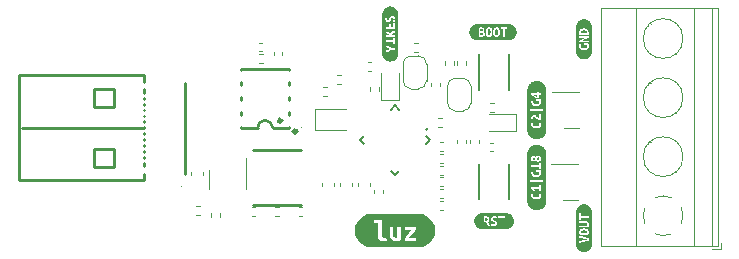
<source format=gbr>
%TF.GenerationSoftware,KiCad,Pcbnew,7.0.1-0*%
%TF.CreationDate,2023-11-20T21:41:35+01:00*%
%TF.ProjectId,luz,6c757a2e-6b69-4636-9164-5f7063625858,rev?*%
%TF.SameCoordinates,Original*%
%TF.FileFunction,Legend,Top*%
%TF.FilePolarity,Positive*%
%FSLAX46Y46*%
G04 Gerber Fmt 4.6, Leading zero omitted, Abs format (unit mm)*
G04 Created by KiCad (PCBNEW 7.0.1-0) date 2023-11-20 21:41:35*
%MOMM*%
%LPD*%
G01*
G04 APERTURE LIST*
%ADD10C,0.150000*%
%ADD11C,0.127000*%
%ADD12C,0.120000*%
%ADD13C,0.254001*%
%ADD14C,0.059995*%
%ADD15C,0.300000*%
%ADD16C,0.152400*%
%ADD17C,0.150013*%
G04 APERTURE END LIST*
D10*
%TO.C,*%
%TO.C,kibuzzard-655BC300*%
G36*
X54074793Y-97795715D02*
G01*
X54074793Y-98645345D01*
X54074793Y-98915855D01*
X54074793Y-99926775D01*
X54074793Y-100232845D01*
X54074793Y-100613845D01*
X54074793Y-100719678D01*
X54071544Y-100785820D01*
X54061827Y-100851324D01*
X54045737Y-100915560D01*
X54023428Y-100977911D01*
X53995115Y-101037774D01*
X53961070Y-101094573D01*
X53921622Y-101147763D01*
X53877151Y-101196829D01*
X53828084Y-101241301D01*
X53774895Y-101280748D01*
X53718095Y-101314793D01*
X53658232Y-101343106D01*
X53595882Y-101365415D01*
X53531646Y-101381506D01*
X53466141Y-101391222D01*
X53400000Y-101394472D01*
X53333859Y-101391222D01*
X53268354Y-101381506D01*
X53204118Y-101365415D01*
X53141768Y-101343106D01*
X53081905Y-101314793D01*
X53025105Y-101280748D01*
X52971916Y-101241301D01*
X52922849Y-101196829D01*
X52878378Y-101147763D01*
X52838930Y-101094573D01*
X52804885Y-101037774D01*
X52776572Y-100977911D01*
X52754263Y-100915560D01*
X52738173Y-100851324D01*
X52728456Y-100785820D01*
X52725207Y-100719678D01*
X52725207Y-100613845D01*
X53007570Y-100613845D01*
X53092589Y-100581178D01*
X53174928Y-100547523D01*
X53254585Y-100512880D01*
X53333537Y-100475838D01*
X53413758Y-100434987D01*
X53495250Y-100390325D01*
X53793700Y-100390325D01*
X53793700Y-100232845D01*
X53493980Y-100232845D01*
X53432544Y-100198555D01*
X53372695Y-100166805D01*
X53313481Y-100137277D01*
X53253950Y-100109655D01*
X53193942Y-100083620D01*
X53133300Y-100058855D01*
X53071387Y-100034725D01*
X53007570Y-100010595D01*
X53007570Y-100171885D01*
X53099010Y-100203000D01*
X53149492Y-100220462D01*
X53199340Y-100238560D01*
X53293320Y-100275390D01*
X53366980Y-100307775D01*
X53284271Y-100345240D01*
X53193625Y-100381435D01*
X53099804Y-100415407D01*
X53007570Y-100446205D01*
X53007570Y-100613845D01*
X52725207Y-100613845D01*
X52725207Y-99926775D01*
X53007570Y-99926775D01*
X53137110Y-99926775D01*
X53137110Y-99755325D01*
X53664160Y-99755325D01*
X53664160Y-99926775D01*
X53793700Y-99926775D01*
X53793700Y-99427665D01*
X53664160Y-99427665D01*
X53664160Y-99597845D01*
X53137110Y-99597845D01*
X53137110Y-99427665D01*
X53007570Y-99427665D01*
X53007570Y-99926775D01*
X52725207Y-99926775D01*
X52725207Y-99303205D01*
X53007570Y-99303205D01*
X53793700Y-99303205D01*
X53793700Y-99146995D01*
X53434290Y-99146995D01*
X53506045Y-99080320D01*
X53550178Y-99046189D01*
X53597485Y-99013645D01*
X53647015Y-98983324D01*
X53697815Y-98955860D01*
X53793700Y-98915855D01*
X53793700Y-98739325D01*
X53737026Y-98759962D01*
X53678765Y-98786315D01*
X53620345Y-98817271D01*
X53563195Y-98851720D01*
X53508426Y-98889026D01*
X53457150Y-98928555D01*
X53410478Y-98968877D01*
X53369520Y-99008565D01*
X53322847Y-98969989D01*
X53274270Y-98933000D01*
X53225216Y-98897916D01*
X53177115Y-98865055D01*
X53130442Y-98835051D01*
X53085675Y-98808540D01*
X53007570Y-98765995D01*
X53007570Y-98942525D01*
X53083770Y-98980625D01*
X53168860Y-99030790D01*
X53255220Y-99088575D01*
X53333960Y-99146995D01*
X53007570Y-99146995D01*
X53007570Y-99303205D01*
X52725207Y-99303205D01*
X52725207Y-98645345D01*
X53007570Y-98645345D01*
X53793700Y-98645345D01*
X53793700Y-98141155D01*
X53664160Y-98141155D01*
X53664160Y-98489135D01*
X53443180Y-98489135D01*
X53443180Y-98211005D01*
X53313640Y-98211005D01*
X53313640Y-98489135D01*
X53137110Y-98489135D01*
X53137110Y-98169095D01*
X53007570Y-98169095D01*
X53007570Y-98645345D01*
X52725207Y-98645345D01*
X52725207Y-97758885D01*
X52989790Y-97758885D01*
X52996704Y-97836708D01*
X53017448Y-97902536D01*
X53052020Y-97956370D01*
X53126315Y-98010186D01*
X53224740Y-98028125D01*
X53318085Y-98007805D01*
X53380950Y-97956370D01*
X53422860Y-97887155D01*
X53452070Y-97813495D01*
X53474295Y-97760155D01*
X53500965Y-97711895D01*
X53534620Y-97676335D01*
X53577800Y-97662365D01*
X53615265Y-97668080D01*
X53648285Y-97689035D01*
X53671145Y-97730310D01*
X53679400Y-97795715D01*
X53674955Y-97859056D01*
X53661620Y-97911920D01*
X53623520Y-97993835D01*
X53750520Y-98039555D01*
X53789255Y-97951925D01*
X53804971Y-97883662D01*
X53810210Y-97795715D01*
X53803507Y-97706603D01*
X53783399Y-97634002D01*
X53749885Y-97577910D01*
X53677019Y-97524094D01*
X53579070Y-97506155D01*
X53519856Y-97511552D01*
X53471755Y-97527745D01*
X53400635Y-97582990D01*
X53354915Y-97656650D01*
X53323800Y-97733485D01*
X53304750Y-97782380D01*
X53281255Y-97826830D01*
X53250775Y-97859215D01*
X53210770Y-97871915D01*
X53160676Y-97858086D01*
X53130619Y-97816599D01*
X53120600Y-97747455D01*
X53133300Y-97657920D01*
X53163780Y-97587435D01*
X53043130Y-97541715D01*
X53006300Y-97632520D01*
X52993917Y-97691099D01*
X52989790Y-97758885D01*
X52725207Y-97758885D01*
X52725207Y-97506155D01*
X52725207Y-97400322D01*
X52728456Y-97334180D01*
X52738173Y-97268676D01*
X52754263Y-97204440D01*
X52776572Y-97142089D01*
X52804885Y-97082226D01*
X52838930Y-97025427D01*
X52878378Y-96972237D01*
X52922849Y-96923171D01*
X52971916Y-96878699D01*
X53025105Y-96839252D01*
X53081905Y-96805207D01*
X53141768Y-96776894D01*
X53204118Y-96754585D01*
X53268354Y-96738494D01*
X53333859Y-96728778D01*
X53400000Y-96725528D01*
X53466141Y-96728778D01*
X53531646Y-96738494D01*
X53595882Y-96754585D01*
X53658232Y-96776894D01*
X53718095Y-96805207D01*
X53774895Y-96839252D01*
X53828084Y-96878699D01*
X53877151Y-96923171D01*
X53921622Y-96972237D01*
X53961070Y-97025427D01*
X53995115Y-97082226D01*
X54023428Y-97142089D01*
X54045737Y-97204440D01*
X54061827Y-97268676D01*
X54071544Y-97334180D01*
X54074793Y-97400322D01*
X54074793Y-97506155D01*
X54074793Y-97795715D01*
G37*
%TO.C,kibuzzard-655BBA6D*%
G36*
X53835560Y-117116897D02*
G01*
X52766220Y-117116897D01*
X52022000Y-117116897D01*
X51810333Y-117116897D01*
X51671453Y-117110074D01*
X51533911Y-117089671D01*
X51399030Y-117055886D01*
X51268110Y-117009042D01*
X51142413Y-116949591D01*
X51023148Y-116878107D01*
X50911464Y-116795276D01*
X50808436Y-116701897D01*
X50715057Y-116598870D01*
X50632227Y-116487186D01*
X50560742Y-116367920D01*
X50501292Y-116242223D01*
X50454448Y-116111303D01*
X50420662Y-115976423D01*
X50400259Y-115838880D01*
X50393437Y-115700000D01*
X50400259Y-115561120D01*
X50420662Y-115423577D01*
X50454448Y-115288697D01*
X50501292Y-115157777D01*
X50542169Y-115071350D01*
X52022000Y-115071350D01*
X52352200Y-115071350D01*
X52352200Y-116084810D01*
X52376965Y-116301663D01*
X52451260Y-116459460D01*
X52579530Y-116555662D01*
X52766220Y-116587730D01*
X52907190Y-116577570D01*
X53012600Y-116553440D01*
X53082450Y-116526770D01*
X53116740Y-116508990D01*
X53076100Y-116257530D01*
X52992280Y-116290550D01*
X52834800Y-116315950D01*
X52712880Y-116272770D01*
X52664620Y-116107670D01*
X52664620Y-116031470D01*
X53350420Y-116031470D01*
X53355500Y-116148310D01*
X53370740Y-116254990D01*
X53445670Y-116431520D01*
X53594260Y-116547090D01*
X53701575Y-116577570D01*
X53835560Y-116587730D01*
X53974943Y-116582015D01*
X54103530Y-116564870D01*
X54128860Y-116559790D01*
X54640740Y-116559790D01*
X55578000Y-116559790D01*
X55578000Y-116300710D01*
X55014120Y-116300710D01*
X55079208Y-116205142D01*
X55152550Y-116101320D01*
X55230020Y-115995593D01*
X55307490Y-115894310D01*
X55382103Y-115800012D01*
X55451000Y-115715240D01*
X55552600Y-115594590D01*
X55552600Y-115365990D01*
X54666140Y-115365990D01*
X54666140Y-115625070D01*
X55158900Y-115625070D01*
X55039520Y-115785090D01*
X54972845Y-115876213D01*
X54904900Y-115971780D01*
X54836320Y-116070522D01*
X54767740Y-116171170D01*
X54701700Y-116271500D01*
X54640740Y-116369290D01*
X54640740Y-116559790D01*
X54128860Y-116559790D01*
X54217513Y-116542010D01*
X54313080Y-116519150D01*
X54313080Y-115365990D01*
X53998120Y-115365990D01*
X53998120Y-116303250D01*
X53855880Y-116315950D01*
X53702210Y-116235940D01*
X53672683Y-116134658D01*
X53662840Y-115990830D01*
X53662840Y-115365990D01*
X53350420Y-115365990D01*
X53350420Y-116031470D01*
X52664620Y-116031470D01*
X52664620Y-114812270D01*
X52022000Y-114812270D01*
X52022000Y-115071350D01*
X50542169Y-115071350D01*
X50560742Y-115032080D01*
X50632227Y-114912814D01*
X50715057Y-114801130D01*
X50808436Y-114698103D01*
X50911464Y-114604724D01*
X51023148Y-114521893D01*
X51142413Y-114450409D01*
X51268110Y-114390958D01*
X51399030Y-114344114D01*
X51533911Y-114310329D01*
X51671453Y-114289926D01*
X51810333Y-114283103D01*
X52022000Y-114283103D01*
X55578000Y-114283103D01*
X55789667Y-114283103D01*
X55928547Y-114289926D01*
X56066089Y-114310329D01*
X56200970Y-114344114D01*
X56331890Y-114390958D01*
X56457587Y-114450409D01*
X56576852Y-114521893D01*
X56688536Y-114604724D01*
X56791564Y-114698103D01*
X56884943Y-114801130D01*
X56967773Y-114912814D01*
X57039258Y-115032080D01*
X57098708Y-115157777D01*
X57145552Y-115288697D01*
X57179338Y-115423577D01*
X57199741Y-115561120D01*
X57206563Y-115700000D01*
X57199741Y-115838880D01*
X57179338Y-115976423D01*
X57145552Y-116111303D01*
X57098708Y-116242223D01*
X57039258Y-116367920D01*
X56967773Y-116487186D01*
X56884943Y-116598870D01*
X56791564Y-116701897D01*
X56688536Y-116795276D01*
X56576852Y-116878107D01*
X56457587Y-116949591D01*
X56331890Y-117009042D01*
X56200970Y-117055886D01*
X56066089Y-117089671D01*
X55928547Y-117110074D01*
X55789667Y-117116897D01*
X55578000Y-117116897D01*
X53835560Y-117116897D01*
G37*
%TO.C,kibuzzard-655BBA49*%
G36*
X66613223Y-104030610D02*
G01*
X66613223Y-104828170D01*
X66613223Y-105421260D01*
X66613223Y-105867030D01*
X66613223Y-106712850D01*
X66613223Y-107054480D01*
X66613223Y-107160313D01*
X66609307Y-107240023D01*
X66597597Y-107318965D01*
X66578206Y-107396380D01*
X66551320Y-107471520D01*
X66517199Y-107543664D01*
X66476170Y-107612116D01*
X66428630Y-107676217D01*
X66375036Y-107735349D01*
X66315903Y-107788943D01*
X66251803Y-107836484D01*
X66183351Y-107877512D01*
X66111207Y-107911634D01*
X66036066Y-107938520D01*
X65958652Y-107957911D01*
X65879710Y-107969621D01*
X65800000Y-107973537D01*
X65720290Y-107969621D01*
X65641348Y-107957911D01*
X65563934Y-107938520D01*
X65488793Y-107911634D01*
X65416649Y-107877512D01*
X65348197Y-107836484D01*
X65284097Y-107788943D01*
X65224964Y-107735349D01*
X65171370Y-107676217D01*
X65123830Y-107612116D01*
X65082801Y-107543664D01*
X65048680Y-107471520D01*
X65021794Y-107396380D01*
X65002403Y-107318965D01*
X64990693Y-107240023D01*
X64986777Y-107160313D01*
X64986777Y-107054480D01*
X64986777Y-106697610D01*
X65335180Y-106697610D01*
X65342006Y-106772064D01*
X65362485Y-106840485D01*
X65396140Y-106901445D01*
X65442495Y-106953515D01*
X65501074Y-106995901D01*
X65571400Y-107027810D01*
X65652998Y-107047812D01*
X65745390Y-107054480D01*
X65838179Y-107049003D01*
X65919698Y-107032572D01*
X65989944Y-107005188D01*
X66048920Y-106966850D01*
X66108187Y-106899681D01*
X66143747Y-106815014D01*
X66155600Y-106712850D01*
X66151314Y-106643476D01*
X66138455Y-106582675D01*
X66100990Y-106493140D01*
X65977800Y-106532510D01*
X66005740Y-106596645D01*
X66019710Y-106697610D01*
X66001771Y-106788256D01*
X65947955Y-106849375D01*
X65893133Y-106875128D01*
X65824342Y-106890579D01*
X65741580Y-106895730D01*
X65670460Y-106891444D01*
X65612040Y-106878585D01*
X65528855Y-106834135D01*
X65484405Y-106771905D01*
X65471070Y-106700150D01*
X65484405Y-106605535D01*
X65516790Y-106535050D01*
X65392330Y-106494410D01*
X65377090Y-106520445D01*
X65358040Y-106562990D01*
X65342165Y-106622045D01*
X65335180Y-106697610D01*
X64986777Y-106697610D01*
X64986777Y-106148970D01*
X65335180Y-106148970D01*
X65341530Y-106215169D01*
X65360580Y-106281685D01*
X65392965Y-106344391D01*
X65439320Y-106399160D01*
X65548540Y-106321690D01*
X65488850Y-106241680D01*
X65471070Y-106164210D01*
X65497105Y-106090550D01*
X65571400Y-106061340D01*
X65638710Y-106084835D01*
X65707290Y-106144525D01*
X65743644Y-106181990D01*
X65781585Y-106221995D01*
X65821908Y-106262000D01*
X65865405Y-106299465D01*
X65912554Y-106332485D01*
X65963830Y-106359155D01*
X66019710Y-106376776D01*
X66080670Y-106382650D01*
X66107340Y-106383285D01*
X66139090Y-106380110D01*
X66139090Y-105867030D01*
X66009550Y-105867030D01*
X66009550Y-106204850D01*
X65967640Y-106191515D01*
X65922555Y-106159130D01*
X65879375Y-106118490D01*
X65843180Y-106080390D01*
X65779680Y-106015620D01*
X65711100Y-105958470D01*
X65638075Y-105917830D01*
X65559970Y-105902590D01*
X65461545Y-105922910D01*
X65391060Y-105977520D01*
X65349150Y-106056260D01*
X65335180Y-106148970D01*
X64986777Y-106148970D01*
X64986777Y-105578740D01*
X65251360Y-105578740D01*
X66348640Y-105578740D01*
X66348640Y-105421260D01*
X65251360Y-105421260D01*
X65251360Y-105578740D01*
X64986777Y-105578740D01*
X64986777Y-104809120D01*
X65335180Y-104809120D01*
X65341689Y-104878017D01*
X65361215Y-104942470D01*
X65393759Y-105000572D01*
X65439320Y-105050420D01*
X65497581Y-105091377D01*
X65568225Y-105122810D01*
X65650934Y-105142812D01*
X65745390Y-105149480D01*
X65840799Y-105143765D01*
X65923825Y-105126620D01*
X65994310Y-105098997D01*
X66052095Y-105061850D01*
X66097180Y-105015654D01*
X66129565Y-104960885D01*
X66149091Y-104898179D01*
X66155600Y-104828170D01*
X66152425Y-104750541D01*
X66142900Y-104685295D01*
X66120040Y-104598300D01*
X65727610Y-104598300D01*
X65727610Y-104754510D01*
X66014630Y-104754510D01*
X66018440Y-104784990D01*
X66019710Y-104815470D01*
X66003041Y-104891352D01*
X65953035Y-104946280D01*
X65900330Y-104970974D01*
X65831115Y-104985791D01*
X65745390Y-104990730D01*
X65687129Y-104988031D01*
X65634265Y-104979935D01*
X65547905Y-104944375D01*
X65491390Y-104881510D01*
X65471070Y-104787530D01*
X65485040Y-104703710D01*
X65516790Y-104635130D01*
X65392330Y-104594490D01*
X65377090Y-104620525D01*
X65358040Y-104664340D01*
X65342165Y-104727205D01*
X65335180Y-104809120D01*
X64986777Y-104809120D01*
X64986777Y-104170310D01*
X65352960Y-104170310D01*
X65407094Y-104221110D01*
X65467895Y-104271910D01*
X65532506Y-104321440D01*
X65598070Y-104368430D01*
X65663316Y-104412245D01*
X65726975Y-104452250D01*
X65786506Y-104486857D01*
X65839370Y-104514480D01*
X65953670Y-104514480D01*
X65953670Y-104186820D01*
X66139090Y-104186820D01*
X66139090Y-104030610D01*
X65953670Y-104030610D01*
X65953670Y-103945520D01*
X65825400Y-103945520D01*
X65825400Y-104030610D01*
X65352960Y-104030610D01*
X65352960Y-104170310D01*
X64986777Y-104170310D01*
X64986777Y-103945520D01*
X64986777Y-103839687D01*
X64990693Y-103759977D01*
X65002403Y-103681035D01*
X65021794Y-103603620D01*
X65048680Y-103528480D01*
X65082801Y-103456336D01*
X65123830Y-103387884D01*
X65171370Y-103323783D01*
X65224964Y-103264651D01*
X65284097Y-103211057D01*
X65348197Y-103163516D01*
X65416649Y-103122488D01*
X65488793Y-103088366D01*
X65563934Y-103061480D01*
X65641348Y-103042089D01*
X65720290Y-103030379D01*
X65800000Y-103026463D01*
X65879710Y-103030379D01*
X65958652Y-103042089D01*
X66036066Y-103061480D01*
X66111207Y-103088366D01*
X66183351Y-103122488D01*
X66251803Y-103163516D01*
X66315903Y-103211057D01*
X66375036Y-103264651D01*
X66428630Y-103323783D01*
X66476170Y-103387884D01*
X66517199Y-103456336D01*
X66551320Y-103528480D01*
X66578206Y-103603620D01*
X66597597Y-103681035D01*
X66609307Y-103759977D01*
X66613223Y-103839687D01*
X66613223Y-103945520D01*
X66613223Y-104030610D01*
G37*
G36*
X65825400Y-104364620D02*
G01*
X65753010Y-104326520D01*
X65679985Y-104281435D01*
X65610770Y-104233810D01*
X65548540Y-104186820D01*
X65825400Y-104186820D01*
X65825400Y-104364620D01*
G37*
%TO.C,kibuzzard-655BBA1E*%
G36*
X65620295Y-109521060D02*
G01*
X65684430Y-109576940D01*
X65654585Y-109639487D01*
X65626010Y-109679810D01*
X65553620Y-109709020D01*
X65486310Y-109677905D01*
X65463450Y-109606150D01*
X65485675Y-109534395D01*
X65552350Y-109504550D01*
X65620295Y-109521060D01*
G37*
G36*
X65998755Y-109516615D02*
G01*
X66026060Y-109607420D01*
X66000025Y-109693145D01*
X65923190Y-109729340D01*
X65853975Y-109710290D01*
X65788570Y-109655680D01*
X65822225Y-109576940D01*
X65853975Y-109522965D01*
X65888900Y-109492485D01*
X65933350Y-109482960D01*
X65998755Y-109516615D01*
G37*
G36*
X66613223Y-109609960D02*
G01*
X66613223Y-109975720D01*
X66613223Y-110838050D01*
X66613223Y-111431140D01*
X66613223Y-111880720D01*
X66613223Y-112722730D01*
X66613223Y-113064360D01*
X66613223Y-113170193D01*
X66609307Y-113249903D01*
X66597597Y-113328845D01*
X66578206Y-113406260D01*
X66551320Y-113481400D01*
X66517199Y-113553544D01*
X66476170Y-113621996D01*
X66428630Y-113686097D01*
X66375036Y-113745229D01*
X66315903Y-113798823D01*
X66251803Y-113846364D01*
X66183351Y-113887392D01*
X66111207Y-113921514D01*
X66036066Y-113948400D01*
X65958652Y-113967791D01*
X65879710Y-113979501D01*
X65800000Y-113983417D01*
X65720290Y-113979501D01*
X65641348Y-113967791D01*
X65563934Y-113948400D01*
X65488793Y-113921514D01*
X65416649Y-113887392D01*
X65348197Y-113846364D01*
X65284097Y-113798823D01*
X65224964Y-113745229D01*
X65171370Y-113686097D01*
X65123830Y-113621996D01*
X65082801Y-113553544D01*
X65048680Y-113481400D01*
X65021794Y-113406260D01*
X65002403Y-113328845D01*
X64990693Y-113249903D01*
X64986777Y-113170193D01*
X64986777Y-113064360D01*
X64986777Y-112707490D01*
X65335180Y-112707490D01*
X65342006Y-112781944D01*
X65362485Y-112850365D01*
X65396140Y-112911325D01*
X65442495Y-112963395D01*
X65501074Y-113005781D01*
X65571400Y-113037690D01*
X65652998Y-113057693D01*
X65745390Y-113064360D01*
X65838179Y-113058883D01*
X65919698Y-113042453D01*
X65989944Y-113015068D01*
X66048920Y-112976730D01*
X66108187Y-112909561D01*
X66143747Y-112824894D01*
X66155600Y-112722730D01*
X66151314Y-112653356D01*
X66138455Y-112592555D01*
X66100990Y-112503020D01*
X65977800Y-112542390D01*
X66005740Y-112606525D01*
X66019710Y-112707490D01*
X66001771Y-112798136D01*
X65947955Y-112859255D01*
X65893133Y-112885008D01*
X65824342Y-112900459D01*
X65741580Y-112905610D01*
X65670460Y-112901324D01*
X65612040Y-112888465D01*
X65528855Y-112844015D01*
X65484405Y-112781785D01*
X65471070Y-112710030D01*
X65484405Y-112615415D01*
X65516790Y-112544930D01*
X65392330Y-112504290D01*
X65377090Y-112530325D01*
X65358040Y-112572870D01*
X65342165Y-112631925D01*
X65335180Y-112707490D01*
X64986777Y-112707490D01*
X64986777Y-112143610D01*
X65352960Y-112143610D01*
X65402490Y-112198220D01*
X65448210Y-112265530D01*
X65487580Y-112336650D01*
X65516790Y-112402690D01*
X65646330Y-112351890D01*
X65615215Y-112274420D01*
X65570130Y-112193140D01*
X66009550Y-112193140D01*
X66009550Y-112358240D01*
X66139090Y-112358240D01*
X66139090Y-111880720D01*
X66009550Y-111880720D01*
X66009550Y-112036930D01*
X65352960Y-112036930D01*
X65352960Y-112143610D01*
X64986777Y-112143610D01*
X64986777Y-111588620D01*
X65251360Y-111588620D01*
X66348640Y-111588620D01*
X66348640Y-111431140D01*
X65251360Y-111431140D01*
X65251360Y-111588620D01*
X64986777Y-111588620D01*
X64986777Y-110819000D01*
X65335180Y-110819000D01*
X65341689Y-110887898D01*
X65361215Y-110952350D01*
X65393759Y-111010452D01*
X65439320Y-111060300D01*
X65497581Y-111101258D01*
X65568225Y-111132690D01*
X65650934Y-111152693D01*
X65745390Y-111159360D01*
X65840799Y-111153645D01*
X65923825Y-111136500D01*
X65994310Y-111108877D01*
X66052095Y-111071730D01*
X66097180Y-111025534D01*
X66129565Y-110970765D01*
X66149091Y-110908059D01*
X66155600Y-110838050D01*
X66152425Y-110760421D01*
X66142900Y-110695175D01*
X66120040Y-110608180D01*
X65727610Y-110608180D01*
X65727610Y-110764390D01*
X66014630Y-110764390D01*
X66018440Y-110794870D01*
X66019710Y-110825350D01*
X66003041Y-110901232D01*
X65953035Y-110956160D01*
X65900330Y-110980854D01*
X65831115Y-110995671D01*
X65745390Y-111000610D01*
X65687129Y-110997911D01*
X65634265Y-110989815D01*
X65547905Y-110954255D01*
X65491390Y-110891390D01*
X65471070Y-110797410D01*
X65485040Y-110713590D01*
X65516790Y-110645010D01*
X65392330Y-110604370D01*
X65377090Y-110630405D01*
X65358040Y-110674220D01*
X65342165Y-110737085D01*
X65335180Y-110819000D01*
X64986777Y-110819000D01*
X64986777Y-110238610D01*
X65352960Y-110238610D01*
X65402490Y-110293220D01*
X65448210Y-110360530D01*
X65487580Y-110431650D01*
X65516790Y-110497690D01*
X65646330Y-110446890D01*
X65615215Y-110369420D01*
X65570130Y-110288140D01*
X66009550Y-110288140D01*
X66009550Y-110453240D01*
X66139090Y-110453240D01*
X66139090Y-109975720D01*
X66009550Y-109975720D01*
X66009550Y-110131930D01*
X65352960Y-110131930D01*
X65352960Y-110238610D01*
X64986777Y-110238610D01*
X64986777Y-109603610D01*
X65333910Y-109603610D01*
X65339307Y-109669015D01*
X65355500Y-109722990D01*
X65410110Y-109800460D01*
X65484405Y-109843005D01*
X65563780Y-109856340D01*
X65655220Y-109836020D01*
X65697130Y-109806810D01*
X65736500Y-109759820D01*
X65780156Y-109811572D01*
X65829845Y-109847450D01*
X65884296Y-109868405D01*
X65942240Y-109875390D01*
X66031775Y-109856340D01*
X66099085Y-109802365D01*
X66140995Y-109718545D01*
X66151949Y-109666951D01*
X66155600Y-109609960D01*
X66150520Y-109539793D01*
X66135280Y-109481690D01*
X66083845Y-109397235D01*
X66013360Y-109350245D01*
X65935890Y-109335640D01*
X65878740Y-109343101D01*
X65826670Y-109365485D01*
X65779045Y-109405966D01*
X65735230Y-109467720D01*
X65695384Y-109418190D01*
X65646965Y-109383900D01*
X65593784Y-109363897D01*
X65539650Y-109357230D01*
X65455195Y-109373899D01*
X65389790Y-109423905D01*
X65347880Y-109502169D01*
X65333910Y-109603610D01*
X64986777Y-109603610D01*
X64986777Y-109335640D01*
X64986777Y-109229807D01*
X64990693Y-109150097D01*
X65002403Y-109071155D01*
X65021794Y-108993740D01*
X65048680Y-108918600D01*
X65082801Y-108846456D01*
X65123830Y-108778004D01*
X65171370Y-108713903D01*
X65224964Y-108654771D01*
X65284097Y-108601177D01*
X65348197Y-108553636D01*
X65416649Y-108512608D01*
X65488793Y-108478486D01*
X65563934Y-108451600D01*
X65641348Y-108432209D01*
X65720290Y-108420499D01*
X65800000Y-108416583D01*
X65879710Y-108420499D01*
X65958652Y-108432209D01*
X66036066Y-108451600D01*
X66111207Y-108478486D01*
X66183351Y-108512608D01*
X66251803Y-108553636D01*
X66315903Y-108601177D01*
X66375036Y-108654771D01*
X66428630Y-108713903D01*
X66476170Y-108778004D01*
X66517199Y-108846456D01*
X66551320Y-108918600D01*
X66578206Y-108993740D01*
X66597597Y-109071155D01*
X66609307Y-109150097D01*
X66613223Y-109229807D01*
X66613223Y-109335640D01*
X66613223Y-109609960D01*
G37*
%TO.C,kibuzzard-655BB98B*%
G36*
X61557063Y-114641872D02*
G01*
X61601195Y-114663780D01*
X61629770Y-114701245D01*
X61639295Y-114755220D01*
X61603735Y-114843485D01*
X61557063Y-114866821D01*
X61488165Y-114874600D01*
X61453875Y-114874600D01*
X61453875Y-114638380D01*
X61479275Y-114635205D01*
X61500865Y-114634570D01*
X61557063Y-114641872D01*
G37*
G36*
X62158725Y-115574793D02*
G01*
X61850115Y-115574793D01*
X61297665Y-115574793D01*
X61191832Y-115574793D01*
X61125690Y-115571544D01*
X61060186Y-115561827D01*
X60995950Y-115545737D01*
X60933599Y-115523428D01*
X60873736Y-115495115D01*
X60816937Y-115461070D01*
X60763747Y-115421622D01*
X60714681Y-115377151D01*
X60670209Y-115328084D01*
X60644709Y-115293700D01*
X61297665Y-115293700D01*
X61453875Y-115293700D01*
X61453875Y-115004140D01*
X61535155Y-115004140D01*
X61578176Y-115076054D01*
X61618340Y-115147015D01*
X61654694Y-115218929D01*
X61686285Y-115293700D01*
X61850115Y-115293700D01*
X61831327Y-115250520D01*
X61914885Y-115250520D01*
X62002515Y-115289255D01*
X62070778Y-115304971D01*
X62158725Y-115310210D01*
X62247837Y-115303507D01*
X62320438Y-115283399D01*
X62376530Y-115249885D01*
X62430346Y-115177019D01*
X62448285Y-115079070D01*
X62442888Y-115019856D01*
X62426695Y-114971755D01*
X62371450Y-114900635D01*
X62297790Y-114854915D01*
X62220955Y-114823800D01*
X62172060Y-114804750D01*
X62127610Y-114781255D01*
X62095225Y-114750775D01*
X62082525Y-114710770D01*
X62096354Y-114660676D01*
X62137841Y-114630619D01*
X62206985Y-114620600D01*
X62296520Y-114633300D01*
X62367005Y-114663780D01*
X62377112Y-114637110D01*
X62530835Y-114637110D01*
X62737845Y-114637110D01*
X62737845Y-115293700D01*
X62895325Y-115293700D01*
X62895325Y-114637110D01*
X63102335Y-114637110D01*
X63102335Y-114507570D01*
X62530835Y-114507570D01*
X62530835Y-114637110D01*
X62377112Y-114637110D01*
X62412725Y-114543130D01*
X62321920Y-114506300D01*
X62263341Y-114493917D01*
X62195555Y-114489790D01*
X62117732Y-114496704D01*
X62051904Y-114517448D01*
X61998070Y-114552020D01*
X61944254Y-114626315D01*
X61926315Y-114724740D01*
X61946635Y-114818085D01*
X61998070Y-114880950D01*
X62067285Y-114922860D01*
X62140945Y-114952070D01*
X62194285Y-114974295D01*
X62242545Y-115000965D01*
X62278105Y-115034620D01*
X62292075Y-115077800D01*
X62286360Y-115115265D01*
X62265405Y-115148285D01*
X62224130Y-115171145D01*
X62158725Y-115179400D01*
X62095384Y-115174955D01*
X62042520Y-115161620D01*
X61960605Y-115123520D01*
X61914885Y-115250520D01*
X61831327Y-115250520D01*
X61813920Y-115210515D01*
X61770105Y-115122885D01*
X61723115Y-115039065D01*
X61677395Y-114966040D01*
X61732958Y-114930163D01*
X61770105Y-114880950D01*
X61791060Y-114821895D01*
X61798045Y-114756490D01*
X61792806Y-114694736D01*
X61777090Y-114641555D01*
X61716765Y-114560910D01*
X61673585Y-114533287D01*
X61622785Y-114513920D01*
X61565000Y-114502490D01*
X61500865Y-114498680D01*
X61456415Y-114499950D01*
X61403075Y-114503125D01*
X61347830Y-114509475D01*
X61297665Y-114519000D01*
X61297665Y-115293700D01*
X60644709Y-115293700D01*
X60630762Y-115274895D01*
X60596717Y-115218095D01*
X60568404Y-115158232D01*
X60546095Y-115095882D01*
X60530004Y-115031646D01*
X60520288Y-114966141D01*
X60517038Y-114900000D01*
X60520288Y-114833859D01*
X60530004Y-114768354D01*
X60546095Y-114704118D01*
X60568404Y-114641768D01*
X60596717Y-114581905D01*
X60630762Y-114525105D01*
X60670209Y-114471916D01*
X60714681Y-114422849D01*
X60763747Y-114378378D01*
X60816937Y-114338930D01*
X60873736Y-114304885D01*
X60933599Y-114276572D01*
X60995950Y-114254263D01*
X61060186Y-114238173D01*
X61125690Y-114228456D01*
X61191832Y-114225207D01*
X61297665Y-114225207D01*
X63102335Y-114225207D01*
X63208168Y-114225207D01*
X63274310Y-114228456D01*
X63339814Y-114238173D01*
X63404050Y-114254263D01*
X63466401Y-114276572D01*
X63526264Y-114304885D01*
X63583063Y-114338930D01*
X63636253Y-114378378D01*
X63685319Y-114422849D01*
X63729791Y-114471916D01*
X63769238Y-114525105D01*
X63803283Y-114581905D01*
X63831596Y-114641768D01*
X63853905Y-114704118D01*
X63869996Y-114768354D01*
X63879712Y-114833859D01*
X63882962Y-114900000D01*
X63879712Y-114966141D01*
X63869996Y-115031646D01*
X63853905Y-115095882D01*
X63831596Y-115158232D01*
X63803283Y-115218095D01*
X63769238Y-115274895D01*
X63729791Y-115328084D01*
X63685319Y-115377151D01*
X63636253Y-115421622D01*
X63583063Y-115461070D01*
X63526264Y-115495115D01*
X63466401Y-115523428D01*
X63404050Y-115545737D01*
X63339814Y-115561827D01*
X63274310Y-115571544D01*
X63208168Y-115574793D01*
X63102335Y-115574793D01*
X62895325Y-115574793D01*
X62158725Y-115574793D01*
G37*
%TO.C,kibuzzard-655BB97E*%
G36*
X61149405Y-98637745D02*
G01*
X61184965Y-98650445D01*
X61209095Y-98677115D01*
X61217985Y-98722200D01*
X61187505Y-98793955D01*
X61097335Y-98819990D01*
X61036375Y-98819990D01*
X61036375Y-98639650D01*
X61070665Y-98635840D01*
X61107495Y-98634570D01*
X61149405Y-98637745D01*
G37*
G36*
X61217350Y-98974295D02*
G01*
X61253545Y-99056210D01*
X61240845Y-99112725D01*
X61208460Y-99147015D01*
X61163375Y-99163525D01*
X61111305Y-99167970D01*
X61072570Y-99166700D01*
X61036375Y-99162890D01*
X61036375Y-98949530D01*
X61120195Y-98949530D01*
X61217350Y-98974295D01*
G37*
G36*
X61828855Y-98647270D02*
G01*
X61866320Y-98705690D01*
X61884100Y-98792685D01*
X61887434Y-98844596D01*
X61888545Y-98900000D01*
X61887434Y-98955245D01*
X61884100Y-99006680D01*
X61866320Y-99093675D01*
X61828220Y-99152730D01*
X61764085Y-99174320D01*
X61699315Y-99152730D01*
X61661850Y-99094310D01*
X61644070Y-99007315D01*
X61640736Y-98955404D01*
X61639625Y-98900000D01*
X61640736Y-98844755D01*
X61644070Y-98793320D01*
X61661850Y-98706325D01*
X61699315Y-98647270D01*
X61764085Y-98625680D01*
X61828855Y-98647270D01*
G37*
G36*
X62463855Y-98647270D02*
G01*
X62501320Y-98705690D01*
X62519100Y-98792685D01*
X62522434Y-98844596D01*
X62523545Y-98900000D01*
X62522434Y-98955245D01*
X62519100Y-99006680D01*
X62501320Y-99093675D01*
X62463220Y-99152730D01*
X62399085Y-99174320D01*
X62334315Y-99152730D01*
X62296850Y-99094310D01*
X62279070Y-99007315D01*
X62275736Y-98955404D01*
X62274625Y-98900000D01*
X62275736Y-98844755D01*
X62279070Y-98793320D01*
X62296850Y-98706325D01*
X62334315Y-98647270D01*
X62399085Y-98625680D01*
X62463855Y-98647270D01*
G37*
G36*
X62400355Y-99574793D02*
G01*
X61765355Y-99574793D01*
X61098605Y-99574793D01*
X60880165Y-99574793D01*
X60774332Y-99574793D01*
X60708190Y-99571544D01*
X60642686Y-99561827D01*
X60578450Y-99545737D01*
X60516099Y-99523428D01*
X60456236Y-99495115D01*
X60399437Y-99461070D01*
X60346247Y-99421622D01*
X60297181Y-99377151D01*
X60252709Y-99328084D01*
X60217790Y-99281000D01*
X60880165Y-99281000D01*
X60935093Y-99291001D01*
X60990655Y-99298145D01*
X61045583Y-99302431D01*
X61098605Y-99303860D01*
X61161311Y-99300844D01*
X61219890Y-99291795D01*
X61272595Y-99275602D01*
X61317680Y-99251155D01*
X61383085Y-99174955D01*
X61401183Y-99121456D01*
X61407215Y-99056210D01*
X61400071Y-99002870D01*
X61378640Y-98952070D01*
X61337206Y-98907620D01*
X61322284Y-98900000D01*
X61480875Y-98900000D01*
X61485439Y-98995369D01*
X61499131Y-99078276D01*
X61521952Y-99148722D01*
X61553900Y-99206705D01*
X61609851Y-99264208D01*
X61680336Y-99298709D01*
X61765355Y-99310210D01*
X61848328Y-99298709D01*
X61917755Y-99264208D01*
X61973635Y-99206705D01*
X62005861Y-99148722D01*
X62028880Y-99078276D01*
X62042691Y-98995369D01*
X62047295Y-98900000D01*
X62115875Y-98900000D01*
X62120439Y-98995369D01*
X62134131Y-99078276D01*
X62156952Y-99148722D01*
X62188900Y-99206705D01*
X62244851Y-99264208D01*
X62315336Y-99298709D01*
X62400355Y-99310210D01*
X62483328Y-99298709D01*
X62552755Y-99264208D01*
X62608635Y-99206705D01*
X62640861Y-99148722D01*
X62663880Y-99078276D01*
X62677691Y-98995369D01*
X62682295Y-98900000D01*
X62677771Y-98804631D01*
X62664198Y-98721724D01*
X62641576Y-98651278D01*
X62633837Y-98637110D01*
X62748335Y-98637110D01*
X62955345Y-98637110D01*
X62955345Y-99293700D01*
X63112825Y-99293700D01*
X63112825Y-98637110D01*
X63319835Y-98637110D01*
X63319835Y-98507570D01*
X62748335Y-98507570D01*
X62748335Y-98637110D01*
X62633837Y-98637110D01*
X62609905Y-98593295D01*
X62554307Y-98535792D01*
X62484034Y-98501291D01*
X62399085Y-98489790D01*
X62316676Y-98501291D01*
X62247249Y-98535792D01*
X62190805Y-98593295D01*
X62158023Y-98651278D01*
X62134608Y-98721724D01*
X62120558Y-98804631D01*
X62115875Y-98900000D01*
X62047295Y-98900000D01*
X62042771Y-98804631D01*
X62029198Y-98721724D01*
X62006576Y-98651278D01*
X61974905Y-98593295D01*
X61919307Y-98535792D01*
X61849034Y-98501291D01*
X61764085Y-98489790D01*
X61681676Y-98501291D01*
X61612249Y-98535792D01*
X61555805Y-98593295D01*
X61523023Y-98651278D01*
X61499608Y-98721724D01*
X61485558Y-98804631D01*
X61480875Y-98900000D01*
X61322284Y-98900000D01*
X61270055Y-98873330D01*
X61343080Y-98804750D01*
X61363559Y-98758395D01*
X61370385Y-98705690D01*
X61358955Y-98632030D01*
X61315775Y-98565355D01*
X61228145Y-98517095D01*
X61164010Y-98503284D01*
X61083365Y-98498680D01*
X60977955Y-98504395D01*
X60880165Y-98517730D01*
X60880165Y-99281000D01*
X60217790Y-99281000D01*
X60213262Y-99274895D01*
X60179217Y-99218095D01*
X60150904Y-99158232D01*
X60128595Y-99095882D01*
X60112504Y-99031646D01*
X60102788Y-98966141D01*
X60099538Y-98900000D01*
X60102788Y-98833859D01*
X60112504Y-98768354D01*
X60128595Y-98704118D01*
X60150904Y-98641768D01*
X60179217Y-98581905D01*
X60213262Y-98525105D01*
X60252709Y-98471916D01*
X60297181Y-98422849D01*
X60346247Y-98378378D01*
X60399437Y-98338930D01*
X60456236Y-98304885D01*
X60516099Y-98276572D01*
X60578450Y-98254263D01*
X60642686Y-98238173D01*
X60708190Y-98228456D01*
X60774332Y-98225207D01*
X60880165Y-98225207D01*
X63319835Y-98225207D01*
X63425668Y-98225207D01*
X63491810Y-98228456D01*
X63557314Y-98238173D01*
X63621551Y-98254263D01*
X63683901Y-98276572D01*
X63743764Y-98304885D01*
X63800563Y-98338930D01*
X63853753Y-98378378D01*
X63902819Y-98422849D01*
X63947291Y-98471916D01*
X63986738Y-98525105D01*
X64020783Y-98581905D01*
X64049096Y-98641768D01*
X64071405Y-98704118D01*
X64087496Y-98768354D01*
X64097212Y-98833859D01*
X64100462Y-98900000D01*
X64097212Y-98966141D01*
X64087496Y-99031646D01*
X64071405Y-99095882D01*
X64049096Y-99158232D01*
X64020783Y-99218095D01*
X63986738Y-99274895D01*
X63947291Y-99328084D01*
X63902819Y-99377151D01*
X63853753Y-99421622D01*
X63800563Y-99461070D01*
X63743764Y-99495115D01*
X63683901Y-99523428D01*
X63621551Y-99545737D01*
X63557314Y-99561827D01*
X63491810Y-99571544D01*
X63425668Y-99574793D01*
X63319835Y-99574793D01*
X63112825Y-99574793D01*
X62400355Y-99574793D01*
G37*
D11*
%TO.C,S2*%
X63414457Y-110060000D02*
X63414457Y-113060000D01*
X60914457Y-110060000D02*
X60914457Y-113060000D01*
%TO.C,S1*%
X60914457Y-100780000D02*
X60914457Y-103780000D01*
X63414457Y-100780000D02*
X63414457Y-103780000D01*
%TO.C,kibuzzard-655BB485*%
G36*
X69855245Y-115686531D02*
G01*
X69906680Y-115689865D01*
X69993675Y-115707645D01*
X70052730Y-115745745D01*
X70074320Y-115809880D01*
X70052730Y-115874650D01*
X69994310Y-115912115D01*
X69907315Y-115929895D01*
X69855404Y-115933229D01*
X69800000Y-115934340D01*
X69744755Y-115933229D01*
X69693320Y-115929895D01*
X69606325Y-115912115D01*
X69547270Y-115874650D01*
X69525680Y-115809880D01*
X69547270Y-115745110D01*
X69605690Y-115707645D01*
X69692685Y-115689865D01*
X69744596Y-115686531D01*
X69800000Y-115685420D01*
X69855245Y-115686531D01*
G37*
G36*
X70474793Y-114461140D02*
G01*
X70474793Y-115177420D01*
X70474793Y-115808610D01*
X70474793Y-116526160D01*
X70474793Y-116745870D01*
X70474793Y-116851703D01*
X70471544Y-116917845D01*
X70461827Y-116983349D01*
X70445737Y-117047585D01*
X70423428Y-117109936D01*
X70395115Y-117169799D01*
X70361070Y-117226598D01*
X70321622Y-117279788D01*
X70277151Y-117328854D01*
X70228084Y-117373326D01*
X70174895Y-117412773D01*
X70118095Y-117446818D01*
X70058232Y-117475131D01*
X69995882Y-117497440D01*
X69931646Y-117513531D01*
X69866141Y-117523247D01*
X69800000Y-117526497D01*
X69733859Y-117523247D01*
X69668354Y-117513531D01*
X69604118Y-117497440D01*
X69541768Y-117475131D01*
X69481905Y-117446818D01*
X69425105Y-117412773D01*
X69371916Y-117373326D01*
X69322849Y-117328854D01*
X69278378Y-117279788D01*
X69238930Y-117226598D01*
X69204885Y-117169799D01*
X69176572Y-117109936D01*
X69154263Y-117047585D01*
X69138173Y-116983349D01*
X69128456Y-116917845D01*
X69125207Y-116851703D01*
X69125207Y-116745870D01*
X69407570Y-116745870D01*
X69478690Y-116731265D01*
X69567590Y-116710310D01*
X69634124Y-116693518D01*
X69703339Y-116675314D01*
X69775235Y-116655700D01*
X69848542Y-116634957D01*
X69921991Y-116613367D01*
X69995580Y-116590930D01*
X70100355Y-116557592D01*
X70193700Y-116526160D01*
X70193700Y-116364870D01*
X70126037Y-116340599D01*
X70056822Y-116316892D01*
X69986055Y-116293750D01*
X69914935Y-116271525D01*
X69844662Y-116250570D01*
X69775235Y-116230885D01*
X69674111Y-116203897D01*
X69577750Y-116180085D01*
X69488215Y-116159606D01*
X69407570Y-116142620D01*
X69407570Y-116306450D01*
X69473610Y-116317880D01*
X69549810Y-116331850D01*
X69632201Y-116347725D01*
X69716815Y-116364870D01*
X69801905Y-116383285D01*
X69885725Y-116402970D01*
X69964306Y-116423290D01*
X70033680Y-116443610D01*
X69963354Y-116464089D01*
X69884455Y-116484885D01*
X69800635Y-116505205D01*
X69715545Y-116524255D01*
X69631090Y-116541876D01*
X69549175Y-116557910D01*
X69473451Y-116571245D01*
X69407570Y-116580770D01*
X69407570Y-116745870D01*
X69125207Y-116745870D01*
X69125207Y-115809880D01*
X69389790Y-115809880D01*
X69401291Y-115892289D01*
X69435792Y-115961716D01*
X69493295Y-116018160D01*
X69551278Y-116050942D01*
X69621724Y-116074357D01*
X69704631Y-116088407D01*
X69800000Y-116093090D01*
X69895369Y-116088526D01*
X69978276Y-116074834D01*
X70048722Y-116052013D01*
X70106705Y-116020065D01*
X70164208Y-115964114D01*
X70198709Y-115893629D01*
X70210210Y-115808610D01*
X70198709Y-115725637D01*
X70164208Y-115656210D01*
X70106705Y-115600330D01*
X70048722Y-115568104D01*
X69978276Y-115545085D01*
X69895369Y-115531274D01*
X69800000Y-115526670D01*
X69704631Y-115531194D01*
X69621724Y-115544767D01*
X69551278Y-115567389D01*
X69493295Y-115599060D01*
X69435792Y-115654658D01*
X69401291Y-115724931D01*
X69389790Y-115809880D01*
X69125207Y-115809880D01*
X69125207Y-115442850D01*
X69407570Y-115442850D01*
X69909220Y-115442850D01*
X69974625Y-115439675D01*
X70033680Y-115430150D01*
X70085432Y-115413005D01*
X70128930Y-115386970D01*
X70189255Y-115305055D01*
X70204971Y-115247429D01*
X70210210Y-115177420D01*
X70204971Y-115106300D01*
X70189255Y-115047880D01*
X70163696Y-115000890D01*
X70128930Y-114964060D01*
X70085432Y-114937072D01*
X70033680Y-114919610D01*
X69974625Y-114910085D01*
X69909220Y-114906910D01*
X69407570Y-114906910D01*
X69407570Y-115063120D01*
X69897790Y-115063120D01*
X69980975Y-115068200D01*
X70035585Y-115085980D01*
X70065430Y-115120270D01*
X70074320Y-115174880D01*
X70065430Y-115229490D01*
X70036220Y-115263145D01*
X69982245Y-115280290D01*
X69899060Y-115285370D01*
X69407570Y-115285370D01*
X69407570Y-115442850D01*
X69125207Y-115442850D01*
X69125207Y-114825630D01*
X69407570Y-114825630D01*
X69537110Y-114825630D01*
X69537110Y-114618620D01*
X70193700Y-114618620D01*
X70193700Y-114461140D01*
X69537110Y-114461140D01*
X69537110Y-114254130D01*
X69407570Y-114254130D01*
X69407570Y-114825630D01*
X69125207Y-114825630D01*
X69125207Y-114254130D01*
X69125207Y-114148297D01*
X69128456Y-114082155D01*
X69138173Y-114016651D01*
X69154263Y-113952414D01*
X69176572Y-113890064D01*
X69204885Y-113830201D01*
X69238930Y-113773402D01*
X69278378Y-113720212D01*
X69322849Y-113671146D01*
X69371916Y-113626674D01*
X69425105Y-113587227D01*
X69481905Y-113553182D01*
X69541768Y-113524869D01*
X69604118Y-113502560D01*
X69668354Y-113486469D01*
X69733859Y-113476753D01*
X69800000Y-113473503D01*
X69866141Y-113476753D01*
X69931646Y-113486469D01*
X69995882Y-113502560D01*
X70058232Y-113524869D01*
X70118095Y-113553182D01*
X70174895Y-113587227D01*
X70228084Y-113626674D01*
X70277151Y-113671146D01*
X70321622Y-113720212D01*
X70361070Y-113773402D01*
X70395115Y-113830201D01*
X70423428Y-113890064D01*
X70445737Y-113952414D01*
X70461827Y-114016651D01*
X70471544Y-114082155D01*
X70474793Y-114148297D01*
X70474793Y-114254130D01*
X70474793Y-114461140D01*
G37*
%TO.C,kibuzzard-655BB458*%
G36*
X70474793Y-98946280D02*
G01*
X70474793Y-99366650D01*
X70474793Y-100096900D01*
X70474793Y-100418210D01*
X70474793Y-100524043D01*
X70471544Y-100590185D01*
X70461827Y-100655689D01*
X70445737Y-100719925D01*
X70423428Y-100782276D01*
X70395115Y-100842139D01*
X70361070Y-100898938D01*
X70321622Y-100952128D01*
X70277151Y-101001194D01*
X70228084Y-101045666D01*
X70174895Y-101085113D01*
X70118095Y-101119158D01*
X70058232Y-101147471D01*
X69995882Y-101169780D01*
X69931646Y-101185871D01*
X69866141Y-101195587D01*
X69800000Y-101198837D01*
X69733859Y-101195587D01*
X69668354Y-101185871D01*
X69604118Y-101169780D01*
X69541768Y-101147471D01*
X69481905Y-101119158D01*
X69425105Y-101085113D01*
X69371916Y-101045666D01*
X69322849Y-101001194D01*
X69278378Y-100952128D01*
X69238930Y-100898938D01*
X69204885Y-100842139D01*
X69176572Y-100782276D01*
X69154263Y-100719925D01*
X69138173Y-100655689D01*
X69128456Y-100590185D01*
X69125207Y-100524043D01*
X69125207Y-100418210D01*
X69125207Y-100077850D01*
X69389790Y-100077850D01*
X69396299Y-100146747D01*
X69415825Y-100211200D01*
X69448369Y-100269302D01*
X69493930Y-100319150D01*
X69552191Y-100360107D01*
X69622835Y-100391540D01*
X69705544Y-100411542D01*
X69800000Y-100418210D01*
X69895409Y-100412495D01*
X69978435Y-100395350D01*
X70048920Y-100367727D01*
X70106705Y-100330580D01*
X70151790Y-100284384D01*
X70184175Y-100229615D01*
X70203701Y-100166909D01*
X70210210Y-100096900D01*
X70207035Y-100019271D01*
X70197510Y-99954025D01*
X70174650Y-99867030D01*
X69782220Y-99867030D01*
X69782220Y-100023240D01*
X70069240Y-100023240D01*
X70073050Y-100053720D01*
X70074320Y-100084200D01*
X70057651Y-100160082D01*
X70007645Y-100215010D01*
X69954940Y-100239704D01*
X69885725Y-100254521D01*
X69800000Y-100259460D01*
X69741739Y-100256761D01*
X69688875Y-100248665D01*
X69602515Y-100213105D01*
X69546000Y-100150240D01*
X69525680Y-100056260D01*
X69539650Y-99972440D01*
X69571400Y-99903860D01*
X69446940Y-99863220D01*
X69431700Y-99889255D01*
X69412650Y-99933070D01*
X69396775Y-99995935D01*
X69389790Y-100077850D01*
X69125207Y-100077850D01*
X69125207Y-99759080D01*
X69407570Y-99759080D01*
X70193700Y-99759080D01*
X70193700Y-99618110D01*
X69671730Y-99618110D01*
X69758866Y-99570908D01*
X69845861Y-99525823D01*
X69932715Y-99482855D01*
X70019569Y-99442003D01*
X70106564Y-99403268D01*
X70193700Y-99366650D01*
X70193700Y-99240920D01*
X69407570Y-99240920D01*
X69407570Y-99381890D01*
X69891440Y-99381890D01*
X69841910Y-99404274D01*
X69784760Y-99430785D01*
X69722847Y-99460630D01*
X69659030Y-99493015D01*
X69594101Y-99527146D01*
X69528855Y-99562230D01*
X69465831Y-99597790D01*
X69407570Y-99633350D01*
X69407570Y-99759080D01*
X69125207Y-99759080D01*
X69125207Y-98925960D01*
X69398680Y-98925960D01*
X69402490Y-99013590D01*
X69417730Y-99113920D01*
X70184810Y-99113920D01*
X70199415Y-99028195D01*
X70203860Y-98946280D01*
X70198304Y-98869604D01*
X70181635Y-98799595D01*
X70152901Y-98737524D01*
X70111150Y-98684660D01*
X70055746Y-98641639D01*
X69986055Y-98609095D01*
X69901124Y-98588616D01*
X69800000Y-98581790D01*
X69701099Y-98587981D01*
X69617755Y-98606555D01*
X69548857Y-98636241D01*
X69493295Y-98675770D01*
X69450909Y-98725141D01*
X69421540Y-98784355D01*
X69404395Y-98851824D01*
X69398680Y-98925960D01*
X69125207Y-98925960D01*
X69125207Y-98581790D01*
X69125207Y-98475957D01*
X69128456Y-98409815D01*
X69138173Y-98344311D01*
X69154263Y-98280075D01*
X69176572Y-98217724D01*
X69204885Y-98157861D01*
X69238930Y-98101062D01*
X69278378Y-98047872D01*
X69322849Y-97998806D01*
X69371916Y-97954334D01*
X69425105Y-97914887D01*
X69481905Y-97880842D01*
X69541768Y-97852529D01*
X69604118Y-97830220D01*
X69668354Y-97814129D01*
X69733859Y-97804413D01*
X69800000Y-97801163D01*
X69866141Y-97804413D01*
X69931646Y-97814129D01*
X69995882Y-97830220D01*
X70058232Y-97852529D01*
X70118095Y-97880842D01*
X70174895Y-97914887D01*
X70228084Y-97954334D01*
X70277151Y-97998806D01*
X70321622Y-98047872D01*
X70361070Y-98101062D01*
X70395115Y-98157861D01*
X70423428Y-98217724D01*
X70445737Y-98280075D01*
X70461827Y-98344311D01*
X70471544Y-98409815D01*
X70474793Y-98475957D01*
X70474793Y-98581790D01*
X70474793Y-98946280D01*
G37*
G36*
X69856039Y-98742921D02*
G01*
X69907315Y-98750065D01*
X69991770Y-98781815D01*
X70047650Y-98840235D01*
X70067970Y-98929770D01*
X70067970Y-98943740D01*
X70066700Y-98957710D01*
X69538380Y-98957710D01*
X69535205Y-98934850D01*
X69534570Y-98911990D01*
X69556795Y-98826900D01*
X69615850Y-98774830D01*
X69700940Y-98748160D01*
X69800000Y-98740540D01*
X69856039Y-98742921D01*
G37*
D12*
%TO.C,J2*%
X78180000Y-104450000D02*
G75*
G03*
X78180000Y-104450000I-1680000J0D01*
G01*
X78180000Y-109450000D02*
G75*
G03*
X78180000Y-109450000I-1680000J0D01*
G01*
X78180000Y-99450000D02*
G75*
G03*
X78180000Y-99450000I-1680000J0D01*
G01*
X75816001Y-115984999D02*
G75*
G03*
X77183042Y-115985426I684000J1534992D01*
G01*
X78034999Y-115134000D02*
G75*
G03*
X78180252Y-114421195I-1535000J683999D01*
G01*
X78179999Y-114450000D02*
G75*
G03*
X78034755Y-113766682I-1679999J0D01*
G01*
X77184000Y-112915000D02*
G75*
G03*
X75816958Y-112914574I-684000J-1535000D01*
G01*
X74965001Y-113766001D02*
G75*
G03*
X74964574Y-115133042I1534992J-684000D01*
G01*
X71239000Y-96889000D02*
X81160000Y-96889000D01*
X79100000Y-117010000D02*
X79100000Y-96889000D01*
X71239000Y-117010000D02*
X81160000Y-117010000D01*
X80660000Y-117250000D02*
X81400000Y-117250000D01*
X77523000Y-100677000D02*
X77569000Y-100724000D01*
X75431000Y-98175000D02*
X75477000Y-98222000D01*
X71239000Y-117010000D02*
X71239000Y-96889000D01*
X81400000Y-117250000D02*
X81400000Y-116750000D01*
X74199000Y-117010000D02*
X74199000Y-96889000D01*
X81160000Y-117010000D02*
X81160000Y-96889000D01*
X75225000Y-103380000D02*
X75261000Y-103415000D01*
X75225000Y-108380000D02*
X75261000Y-108415000D01*
X75431000Y-108175000D02*
X75477000Y-108222000D01*
X77523000Y-110677000D02*
X77569000Y-110724000D01*
X80600000Y-117010000D02*
X80600000Y-96889000D01*
X75431000Y-103175000D02*
X75477000Y-103222000D01*
X77739000Y-100484000D02*
X77774000Y-100519000D01*
X77739000Y-110484000D02*
X77774000Y-110519000D01*
X77523000Y-105677000D02*
X77569000Y-105724000D01*
X75225000Y-98380000D02*
X75261000Y-98415000D01*
X77739000Y-105484000D02*
X77774000Y-105519000D01*
%TO.C,Q4*%
X68662500Y-113160000D02*
X68012500Y-113160000D01*
X68662500Y-110040000D02*
X66987500Y-110040000D01*
X68662500Y-113160000D02*
X69312500Y-113160000D01*
X68662500Y-110040000D02*
X69312500Y-110040000D01*
%TO.C,C7*%
X57652164Y-108970000D02*
X57867836Y-108970000D01*
X57652164Y-108250000D02*
X57867836Y-108250000D01*
D13*
%TO.C,U3*%
X43435001Y-106999999D02*
G75*
G03*
X42164999Y-106999365I-635001J317D01*
G01*
D14*
X45880011Y-106950013D02*
G75*
G03*
X45880011Y-106950013I-29998J0D01*
G01*
D15*
X44220117Y-106405004D02*
G75*
G03*
X44220117Y-106405004I-150114J0D01*
G01*
X45490120Y-107294006D02*
G75*
G03*
X45490120Y-107294006I-150115J0D01*
G01*
D13*
X44800000Y-107000000D02*
X43435001Y-107000000D01*
X40800000Y-107000000D02*
X42164999Y-107000000D01*
X40800000Y-102000000D02*
X44800000Y-102000000D01*
X44800000Y-102078562D02*
X44800000Y-102000000D01*
X44800000Y-103348565D02*
X44800000Y-103111430D01*
X44800000Y-104618567D02*
X44800000Y-104381433D01*
X44800000Y-105888570D02*
X44800000Y-105651435D01*
X44800000Y-107000000D02*
X44800000Y-106921438D01*
X40800000Y-102078562D02*
X40800000Y-102000000D01*
X40800000Y-103348565D02*
X40800000Y-103111430D01*
X40800000Y-104618567D02*
X40800000Y-104381433D01*
X40800000Y-105888570D02*
X40800000Y-105651435D01*
X40800000Y-107000000D02*
X40800000Y-106921438D01*
D12*
%TO.C,R22*%
X55416359Y-100550000D02*
X55723641Y-100550000D01*
X55416359Y-99790000D02*
X55723641Y-99790000D01*
%TO.C,R21*%
X56890000Y-103483641D02*
X56890000Y-103176359D01*
X57650000Y-103483641D02*
X57650000Y-103176359D01*
%TO.C,JP2*%
X54470000Y-103010000D02*
X54470000Y-101610000D01*
X56470000Y-101610000D02*
X56470000Y-103010000D01*
X55170000Y-100910000D02*
X55770000Y-100910000D01*
X55770000Y-103710000D02*
X55170000Y-103710000D01*
X56470000Y-101610000D02*
G75*
G03*
X55770000Y-100910000I-699999J1D01*
G01*
X55170000Y-100910000D02*
G75*
G03*
X54470000Y-101610000I-1J-699999D01*
G01*
X54470000Y-103010000D02*
G75*
G03*
X55170000Y-103710000I700000J0D01*
G01*
X55770000Y-103710000D02*
G75*
G03*
X56470000Y-103010000I0J700000D01*
G01*
D14*
%TO.C,U1*%
X35744552Y-111989967D02*
G75*
G03*
X35744552Y-111989967I-29972J0D01*
G01*
D13*
X21974498Y-102899949D02*
X21974498Y-102599949D01*
X21974498Y-102599949D02*
X21974498Y-102499949D01*
X21974498Y-102499949D02*
X32574498Y-102499949D01*
X32574498Y-102499949D02*
X32574498Y-102799949D01*
X32574498Y-110889434D02*
X32574498Y-111199949D01*
X32574498Y-111199949D02*
X32574498Y-111299949D01*
X32574498Y-111299949D02*
X32574498Y-111399949D01*
X32574498Y-111399949D02*
X21974498Y-111399949D01*
X21974498Y-111399949D02*
X21974498Y-111099949D01*
X32574498Y-109964542D02*
X32574498Y-110260605D01*
X32574498Y-109464542D02*
X32574498Y-109535509D01*
X32574498Y-108964542D02*
X32574498Y-109035509D01*
X32574498Y-108464542D02*
X32574498Y-108535509D01*
X32574498Y-107964542D02*
X32574498Y-108035509D01*
X32574498Y-107464542D02*
X32574498Y-107535509D01*
X32574498Y-106964542D02*
X32574498Y-107035509D01*
X32574498Y-106464542D02*
X32574498Y-106535509D01*
X32574498Y-105964542D02*
X32574498Y-106035509D01*
X32574498Y-105464542D02*
X32574498Y-105535509D01*
X32574498Y-104964542D02*
X32574498Y-105035509D01*
X32574498Y-104464542D02*
X32574498Y-104535509D01*
X32574498Y-103739573D02*
X32574498Y-104035509D01*
X32574498Y-102799949D02*
X32574498Y-103110744D01*
X21974498Y-102899949D02*
X21974498Y-111099949D01*
X32540564Y-106991415D02*
X22182474Y-106999949D01*
X36025502Y-103189942D02*
X36025502Y-110887554D01*
X30000584Y-108773051D02*
X28349581Y-108773051D01*
X28349581Y-108773051D02*
X28349581Y-110297054D01*
X28349581Y-110297054D02*
X30000584Y-110297054D01*
X30000584Y-110297054D02*
X30000584Y-108773051D01*
X30000584Y-103693040D02*
X28349581Y-103693040D01*
X28349581Y-103693040D02*
X28349581Y-105217043D01*
X28349581Y-105217043D02*
X30000584Y-105217043D01*
X30000584Y-105217043D02*
X30000584Y-103693040D01*
D12*
%TO.C,R19*%
X58050000Y-101673641D02*
X58050000Y-101366359D01*
X58810000Y-101673641D02*
X58810000Y-101366359D01*
%TO.C,R18*%
X59820000Y-101366359D02*
X59820000Y-101673641D01*
X59060000Y-101366359D02*
X59060000Y-101673641D01*
%TO.C,R17*%
X57476359Y-106150000D02*
X57783641Y-106150000D01*
X57476359Y-106910000D02*
X57783641Y-106910000D01*
%TO.C,JP1*%
X58230000Y-104890000D02*
X58230000Y-103490000D01*
X60230000Y-103490000D02*
X60230000Y-104890000D01*
X58930000Y-102790000D02*
X59530000Y-102790000D01*
X59530000Y-105590000D02*
X58930000Y-105590000D01*
X60230000Y-103490000D02*
G75*
G03*
X59530000Y-102790000I-699999J1D01*
G01*
X58930000Y-102790000D02*
G75*
G03*
X58230000Y-103490000I-1J-699999D01*
G01*
X58230000Y-104890000D02*
G75*
G03*
X58930000Y-105590000I700000J0D01*
G01*
X59530000Y-105590000D02*
G75*
G03*
X60230000Y-104890000I0J700000D01*
G01*
%TO.C,U4*%
X41160000Y-111362500D02*
X41160000Y-109562500D01*
X38040000Y-111362500D02*
X38040000Y-112162500D01*
X41160000Y-111362500D02*
X41160000Y-112162500D01*
X38040000Y-111362500D02*
X38040000Y-110562500D01*
D16*
%TO.C,U2*%
X53800000Y-105113810D02*
X54150518Y-105464328D01*
X53449482Y-105464328D02*
X53800000Y-105113810D01*
X56736190Y-108050000D02*
X56385672Y-107699482D01*
X56385672Y-108400518D02*
X56736190Y-108050000D01*
X50863810Y-108050000D02*
X51214328Y-108400518D01*
X51214328Y-107699482D02*
X50863810Y-108050000D01*
X53800000Y-110986190D02*
X53449482Y-110635672D01*
X54150518Y-110635672D02*
X53800000Y-110986190D01*
D14*
X56658424Y-108050000D02*
G75*
G03*
X56658424Y-108050000I-29997J0D01*
G01*
D17*
X56554824Y-107137783D02*
G75*
G03*
X56554824Y-107137783I-74931J0D01*
G01*
D12*
%TO.C,R16*%
X36956359Y-114380000D02*
X37263641Y-114380000D01*
X36956359Y-113620000D02*
X37263641Y-113620000D01*
%TO.C,R15*%
X62163640Y-105650000D02*
X61856358Y-105650000D01*
X62163640Y-104890000D02*
X61856358Y-104890000D01*
%TO.C,R12*%
X43646359Y-113720000D02*
X43953641Y-113720000D01*
X43646359Y-114480000D02*
X43953641Y-114480000D01*
%TO.C,R11*%
X45646359Y-113720000D02*
X45953641Y-113720000D01*
X45646359Y-114480000D02*
X45953641Y-114480000D01*
%TO.C,R10*%
X38980000Y-114246359D02*
X38980000Y-114553641D01*
X38220000Y-114246359D02*
X38220000Y-114553641D01*
%TO.C,R9*%
X57893641Y-113980000D02*
X57586359Y-113980000D01*
X57893641Y-113220000D02*
X57586359Y-113220000D01*
%TO.C,R8*%
X59800000Y-108016359D02*
X59800000Y-108323641D01*
X59040000Y-108016359D02*
X59040000Y-108323641D01*
%TO.C,R7*%
X57903641Y-112950000D02*
X57596359Y-112950000D01*
X57903641Y-112190000D02*
X57596359Y-112190000D01*
%TO.C,R6*%
X60870000Y-108026359D02*
X60870000Y-108333641D01*
X60110000Y-108026359D02*
X60110000Y-108333641D01*
%TO.C,R5*%
X51486359Y-101410000D02*
X51793641Y-101410000D01*
X51486359Y-102170000D02*
X51793641Y-102170000D01*
%TO.C,R4*%
X47706359Y-104330000D02*
X48013641Y-104330000D01*
X47706359Y-103570000D02*
X48013641Y-103570000D01*
%TO.C,R3*%
X48886359Y-102520000D02*
X49193641Y-102520000D01*
X48886359Y-103280000D02*
X49193641Y-103280000D01*
%TO.C,R2*%
X42603641Y-101530000D02*
X42296359Y-101530000D01*
X42603641Y-100770000D02*
X42296359Y-100770000D01*
%TO.C,R1*%
X52460000Y-103576359D02*
X52460000Y-103883641D01*
X51700000Y-103576359D02*
X51700000Y-103883641D01*
%TO.C,Q1*%
X68762500Y-103940000D02*
X69412500Y-103940000D01*
X68762500Y-107060000D02*
X69412500Y-107060000D01*
X68762500Y-103940000D02*
X67087500Y-103940000D01*
X68762500Y-107060000D02*
X68112500Y-107060000D01*
D13*
%TO.C,L1*%
X41799975Y-108899975D02*
X45800000Y-108900000D01*
X41799975Y-113500025D02*
X45800000Y-113500000D01*
D14*
X41829997Y-113200000D02*
G75*
G03*
X41829997Y-113200000I-29997J0D01*
G01*
D12*
%TO.C,D4*%
X54115000Y-104655000D02*
X54115000Y-102370000D01*
X52645000Y-104655000D02*
X54115000Y-104655000D01*
X52645000Y-102370000D02*
X52645000Y-104655000D01*
%TO.C,D3*%
X46990000Y-105450000D02*
X46990000Y-107150000D01*
X46990000Y-107150000D02*
X49650000Y-107150000D01*
X46990000Y-105450000D02*
X49650000Y-105450000D01*
%TO.C,D1*%
X64035000Y-105825000D02*
X61750000Y-105825000D01*
X64035000Y-107295000D02*
X64035000Y-105825000D01*
X61750000Y-107295000D02*
X64035000Y-107295000D01*
%TO.C,C22*%
X52030000Y-112282164D02*
X52030000Y-112497836D01*
X52750000Y-112282164D02*
X52750000Y-112497836D01*
%TO.C,C12*%
X48620000Y-111960580D02*
X48620000Y-111679420D01*
X47600000Y-111960580D02*
X47600000Y-111679420D01*
%TO.C,C11*%
X43540000Y-100592164D02*
X43540000Y-100807836D01*
X44260000Y-100592164D02*
X44260000Y-100807836D01*
%TO.C,C10*%
X42312164Y-100510000D02*
X42527836Y-100510000D01*
X42312164Y-99790000D02*
X42527836Y-99790000D01*
%TO.C,C9*%
X50130000Y-111960580D02*
X50130000Y-111679420D01*
X49110000Y-111960580D02*
X49110000Y-111679420D01*
%TO.C,C8*%
X41692164Y-114460000D02*
X41907836Y-114460000D01*
X41692164Y-113740000D02*
X41907836Y-113740000D01*
%TO.C,C6*%
X57642164Y-111190000D02*
X57857836Y-111190000D01*
X57642164Y-111910000D02*
X57857836Y-111910000D01*
%TO.C,C5*%
X57642164Y-109960000D02*
X57857836Y-109960000D01*
X57642164Y-109240000D02*
X57857836Y-109240000D01*
%TO.C,C4*%
X57642164Y-110960000D02*
X57857836Y-110960000D01*
X57642164Y-110240000D02*
X57857836Y-110240000D01*
%TO.C,C3*%
X51653310Y-111950579D02*
X51653310Y-111669419D01*
X50633310Y-111950579D02*
X50633310Y-111669419D01*
%TO.C,C2*%
X37510000Y-111040580D02*
X37510000Y-110759420D01*
X36490000Y-111040580D02*
X36490000Y-110759420D01*
%TO.C,C1*%
X62067836Y-108280000D02*
X61852164Y-108280000D01*
X62067836Y-109000000D02*
X61852164Y-109000000D01*
%TD*%
M02*

</source>
